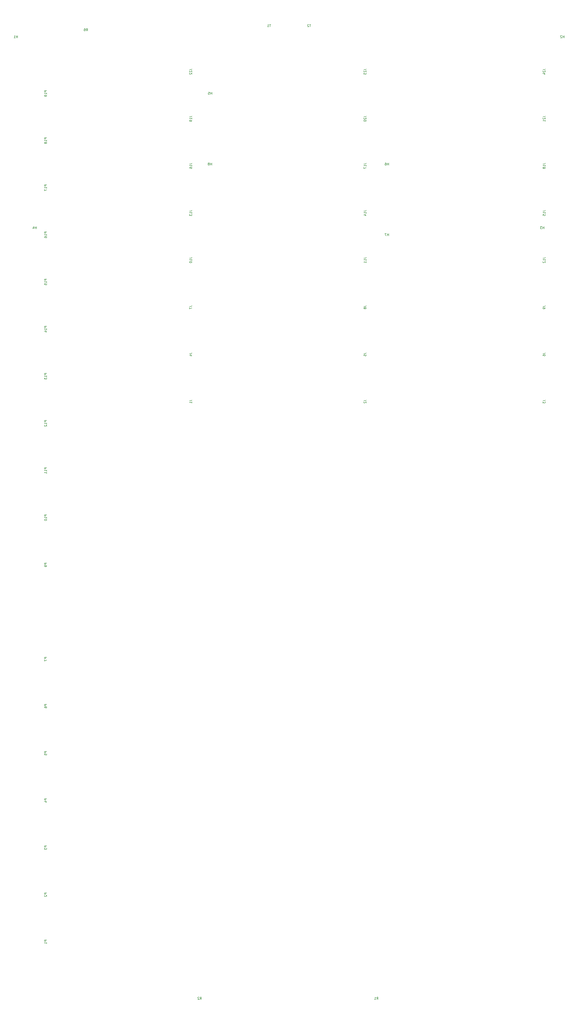
<source format=gbr>
%TF.GenerationSoftware,KiCad,Pcbnew,(6.0.11)*%
%TF.CreationDate,2024-10-28T17:35:11-05:00*%
%TF.ProjectId,backplane.20-slot,6261636b-706c-4616-9e65-2e32302d736c,V1.0*%
%TF.SameCoordinates,Original*%
%TF.FileFunction,Legend,Bot*%
%TF.FilePolarity,Positive*%
%FSLAX46Y46*%
G04 Gerber Fmt 4.6, Leading zero omitted, Abs format (unit mm)*
G04 Created by KiCad (PCBNEW (6.0.11)) date 2024-10-28 17:35:11*
%MOMM*%
%LPD*%
G01*
G04 APERTURE LIST*
%ADD10C,0.150000*%
G04 APERTURE END LIST*
D10*
%TO.C,J1*%
X131191380Y-181983066D02*
X131905666Y-181983066D01*
X132048523Y-181935447D01*
X132143761Y-181840209D01*
X132191380Y-181697352D01*
X132191380Y-181602114D01*
X132191380Y-182983066D02*
X132191380Y-182411638D01*
X132191380Y-182697352D02*
X131191380Y-182697352D01*
X131334238Y-182602114D01*
X131429476Y-182506876D01*
X131477095Y-182411638D01*
%TO.C,J3*%
X281191380Y-181983066D02*
X281905666Y-181983066D01*
X282048523Y-181935447D01*
X282143761Y-181840209D01*
X282191380Y-181697352D01*
X282191380Y-181602114D01*
X281191380Y-182364019D02*
X281191380Y-182983066D01*
X281572333Y-182649733D01*
X281572333Y-182792590D01*
X281619952Y-182887828D01*
X281667571Y-182935447D01*
X281762809Y-182983066D01*
X282000904Y-182983066D01*
X282096142Y-182935447D01*
X282143761Y-182887828D01*
X282191380Y-182792590D01*
X282191380Y-182506876D01*
X282143761Y-182411638D01*
X282096142Y-182364019D01*
%TO.C,J2*%
X205191380Y-181983066D02*
X205905666Y-181983066D01*
X206048523Y-181935447D01*
X206143761Y-181840209D01*
X206191380Y-181697352D01*
X206191380Y-181602114D01*
X205286619Y-182411638D02*
X205239000Y-182459257D01*
X205191380Y-182554495D01*
X205191380Y-182792590D01*
X205239000Y-182887828D01*
X205286619Y-182935447D01*
X205381857Y-182983066D01*
X205477095Y-182983066D01*
X205619952Y-182935447D01*
X206191380Y-182364019D01*
X206191380Y-182983066D01*
%TO.C,H1*%
X58230904Y-28038780D02*
X58230904Y-27038780D01*
X58230904Y-27514971D02*
X57659476Y-27514971D01*
X57659476Y-28038780D02*
X57659476Y-27038780D01*
X56659476Y-28038780D02*
X57230904Y-28038780D01*
X56945190Y-28038780D02*
X56945190Y-27038780D01*
X57040428Y-27181638D01*
X57135666Y-27276876D01*
X57230904Y-27324495D01*
%TO.C,H2*%
X290230904Y-28038780D02*
X290230904Y-27038780D01*
X290230904Y-27514971D02*
X289659476Y-27514971D01*
X289659476Y-28038780D02*
X289659476Y-27038780D01*
X289230904Y-27134019D02*
X289183285Y-27086400D01*
X289088047Y-27038780D01*
X288849952Y-27038780D01*
X288754714Y-27086400D01*
X288707095Y-27134019D01*
X288659476Y-27229257D01*
X288659476Y-27324495D01*
X288707095Y-27467352D01*
X289278523Y-28038780D01*
X288659476Y-28038780D01*
%TO.C,J4*%
X131191380Y-161983066D02*
X131905666Y-161983066D01*
X132048523Y-161935447D01*
X132143761Y-161840209D01*
X132191380Y-161697352D01*
X132191380Y-161602114D01*
X131524714Y-162887828D02*
X132191380Y-162887828D01*
X131143761Y-162649733D02*
X131858047Y-162411638D01*
X131858047Y-163030685D01*
%TO.C,J5*%
X205191380Y-161983066D02*
X205905666Y-161983066D01*
X206048523Y-161935447D01*
X206143761Y-161840209D01*
X206191380Y-161697352D01*
X206191380Y-161602114D01*
X205191380Y-162935447D02*
X205191380Y-162459257D01*
X205667571Y-162411638D01*
X205619952Y-162459257D01*
X205572333Y-162554495D01*
X205572333Y-162792590D01*
X205619952Y-162887828D01*
X205667571Y-162935447D01*
X205762809Y-162983066D01*
X206000904Y-162983066D01*
X206096142Y-162935447D01*
X206143761Y-162887828D01*
X206191380Y-162792590D01*
X206191380Y-162554495D01*
X206143761Y-162459257D01*
X206096142Y-162411638D01*
%TO.C,J6*%
X281191380Y-161983066D02*
X281905666Y-161983066D01*
X282048523Y-161935447D01*
X282143761Y-161840209D01*
X282191380Y-161697352D01*
X282191380Y-161602114D01*
X281191380Y-162887828D02*
X281191380Y-162697352D01*
X281239000Y-162602114D01*
X281286619Y-162554495D01*
X281429476Y-162459257D01*
X281619952Y-162411638D01*
X282000904Y-162411638D01*
X282096142Y-162459257D01*
X282143761Y-162506876D01*
X282191380Y-162602114D01*
X282191380Y-162792590D01*
X282143761Y-162887828D01*
X282096142Y-162935447D01*
X282000904Y-162983066D01*
X281762809Y-162983066D01*
X281667571Y-162935447D01*
X281619952Y-162887828D01*
X281572333Y-162792590D01*
X281572333Y-162602114D01*
X281619952Y-162506876D01*
X281667571Y-162459257D01*
X281762809Y-162411638D01*
%TO.C,J7*%
X131191380Y-141983066D02*
X131905666Y-141983066D01*
X132048523Y-141935447D01*
X132143761Y-141840209D01*
X132191380Y-141697352D01*
X132191380Y-141602114D01*
X131191380Y-142364019D02*
X131191380Y-143030685D01*
X132191380Y-142602114D01*
%TO.C,J8*%
X205191380Y-141983066D02*
X205905666Y-141983066D01*
X206048523Y-141935447D01*
X206143761Y-141840209D01*
X206191380Y-141697352D01*
X206191380Y-141602114D01*
X205619952Y-142602114D02*
X205572333Y-142506876D01*
X205524714Y-142459257D01*
X205429476Y-142411638D01*
X205381857Y-142411638D01*
X205286619Y-142459257D01*
X205239000Y-142506876D01*
X205191380Y-142602114D01*
X205191380Y-142792590D01*
X205239000Y-142887828D01*
X205286619Y-142935447D01*
X205381857Y-142983066D01*
X205429476Y-142983066D01*
X205524714Y-142935447D01*
X205572333Y-142887828D01*
X205619952Y-142792590D01*
X205619952Y-142602114D01*
X205667571Y-142506876D01*
X205715190Y-142459257D01*
X205810428Y-142411638D01*
X206000904Y-142411638D01*
X206096142Y-142459257D01*
X206143761Y-142506876D01*
X206191380Y-142602114D01*
X206191380Y-142792590D01*
X206143761Y-142887828D01*
X206096142Y-142935447D01*
X206000904Y-142983066D01*
X205810428Y-142983066D01*
X205715190Y-142935447D01*
X205667571Y-142887828D01*
X205619952Y-142792590D01*
%TO.C,J9*%
X281191380Y-141983066D02*
X281905666Y-141983066D01*
X282048523Y-141935447D01*
X282143761Y-141840209D01*
X282191380Y-141697352D01*
X282191380Y-141602114D01*
X282191380Y-142506876D02*
X282191380Y-142697352D01*
X282143761Y-142792590D01*
X282096142Y-142840209D01*
X281953285Y-142935447D01*
X281762809Y-142983066D01*
X281381857Y-142983066D01*
X281286619Y-142935447D01*
X281239000Y-142887828D01*
X281191380Y-142792590D01*
X281191380Y-142602114D01*
X281239000Y-142506876D01*
X281286619Y-142459257D01*
X281381857Y-142411638D01*
X281619952Y-142411638D01*
X281715190Y-142459257D01*
X281762809Y-142506876D01*
X281810428Y-142602114D01*
X281810428Y-142792590D01*
X281762809Y-142887828D01*
X281715190Y-142935447D01*
X281619952Y-142983066D01*
%TO.C,J10*%
X131191380Y-121506876D02*
X131905666Y-121506876D01*
X132048523Y-121459257D01*
X132143761Y-121364019D01*
X132191380Y-121221161D01*
X132191380Y-121125923D01*
X132191380Y-122506876D02*
X132191380Y-121935447D01*
X132191380Y-122221161D02*
X131191380Y-122221161D01*
X131334238Y-122125923D01*
X131429476Y-122030685D01*
X131477095Y-121935447D01*
X131191380Y-123125923D02*
X131191380Y-123221161D01*
X131239000Y-123316400D01*
X131286619Y-123364019D01*
X131381857Y-123411638D01*
X131572333Y-123459257D01*
X131810428Y-123459257D01*
X132000904Y-123411638D01*
X132096142Y-123364019D01*
X132143761Y-123316400D01*
X132191380Y-123221161D01*
X132191380Y-123125923D01*
X132143761Y-123030685D01*
X132096142Y-122983066D01*
X132000904Y-122935447D01*
X131810428Y-122887828D01*
X131572333Y-122887828D01*
X131381857Y-122935447D01*
X131286619Y-122983066D01*
X131239000Y-123030685D01*
X131191380Y-123125923D01*
%TO.C,J11*%
X205191380Y-121506876D02*
X205905666Y-121506876D01*
X206048523Y-121459257D01*
X206143761Y-121364019D01*
X206191380Y-121221161D01*
X206191380Y-121125923D01*
X206191380Y-122506876D02*
X206191380Y-121935447D01*
X206191380Y-122221161D02*
X205191380Y-122221161D01*
X205334238Y-122125923D01*
X205429476Y-122030685D01*
X205477095Y-121935447D01*
X206191380Y-123459257D02*
X206191380Y-122887828D01*
X206191380Y-123173542D02*
X205191380Y-123173542D01*
X205334238Y-123078304D01*
X205429476Y-122983066D01*
X205477095Y-122887828D01*
%TO.C,J12*%
X281191380Y-121506876D02*
X281905666Y-121506876D01*
X282048523Y-121459257D01*
X282143761Y-121364019D01*
X282191380Y-121221161D01*
X282191380Y-121125923D01*
X282191380Y-122506876D02*
X282191380Y-121935447D01*
X282191380Y-122221161D02*
X281191380Y-122221161D01*
X281334238Y-122125923D01*
X281429476Y-122030685D01*
X281477095Y-121935447D01*
X281286619Y-122887828D02*
X281239000Y-122935447D01*
X281191380Y-123030685D01*
X281191380Y-123268780D01*
X281239000Y-123364019D01*
X281286619Y-123411638D01*
X281381857Y-123459257D01*
X281477095Y-123459257D01*
X281619952Y-123411638D01*
X282191380Y-122840209D01*
X282191380Y-123459257D01*
%TO.C,J14*%
X205191380Y-101506876D02*
X205905666Y-101506876D01*
X206048523Y-101459257D01*
X206143761Y-101364019D01*
X206191380Y-101221161D01*
X206191380Y-101125923D01*
X206191380Y-102506876D02*
X206191380Y-101935447D01*
X206191380Y-102221161D02*
X205191380Y-102221161D01*
X205334238Y-102125923D01*
X205429476Y-102030685D01*
X205477095Y-101935447D01*
X205524714Y-103364019D02*
X206191380Y-103364019D01*
X205143761Y-103125923D02*
X205858047Y-102887828D01*
X205858047Y-103506876D01*
%TO.C,J15*%
X281191380Y-101506876D02*
X281905666Y-101506876D01*
X282048523Y-101459257D01*
X282143761Y-101364019D01*
X282191380Y-101221161D01*
X282191380Y-101125923D01*
X282191380Y-102506876D02*
X282191380Y-101935447D01*
X282191380Y-102221161D02*
X281191380Y-102221161D01*
X281334238Y-102125923D01*
X281429476Y-102030685D01*
X281477095Y-101935447D01*
X281191380Y-103411638D02*
X281191380Y-102935447D01*
X281667571Y-102887828D01*
X281619952Y-102935447D01*
X281572333Y-103030685D01*
X281572333Y-103268780D01*
X281619952Y-103364019D01*
X281667571Y-103411638D01*
X281762809Y-103459257D01*
X282000904Y-103459257D01*
X282096142Y-103411638D01*
X282143761Y-103364019D01*
X282191380Y-103268780D01*
X282191380Y-103030685D01*
X282143761Y-102935447D01*
X282096142Y-102887828D01*
%TO.C,J16*%
X131191380Y-81506876D02*
X131905666Y-81506876D01*
X132048523Y-81459257D01*
X132143761Y-81364019D01*
X132191380Y-81221161D01*
X132191380Y-81125923D01*
X132191380Y-82506876D02*
X132191380Y-81935447D01*
X132191380Y-82221161D02*
X131191380Y-82221161D01*
X131334238Y-82125923D01*
X131429476Y-82030685D01*
X131477095Y-81935447D01*
X131191380Y-83364019D02*
X131191380Y-83173542D01*
X131239000Y-83078304D01*
X131286619Y-83030685D01*
X131429476Y-82935447D01*
X131619952Y-82887828D01*
X132000904Y-82887828D01*
X132096142Y-82935447D01*
X132143761Y-82983066D01*
X132191380Y-83078304D01*
X132191380Y-83268780D01*
X132143761Y-83364019D01*
X132096142Y-83411638D01*
X132000904Y-83459257D01*
X131762809Y-83459257D01*
X131667571Y-83411638D01*
X131619952Y-83364019D01*
X131572333Y-83268780D01*
X131572333Y-83078304D01*
X131619952Y-82983066D01*
X131667571Y-82935447D01*
X131762809Y-82887828D01*
%TO.C,J17*%
X205191380Y-81506876D02*
X205905666Y-81506876D01*
X206048523Y-81459257D01*
X206143761Y-81364019D01*
X206191380Y-81221161D01*
X206191380Y-81125923D01*
X206191380Y-82506876D02*
X206191380Y-81935447D01*
X206191380Y-82221161D02*
X205191380Y-82221161D01*
X205334238Y-82125923D01*
X205429476Y-82030685D01*
X205477095Y-81935447D01*
X205191380Y-82840209D02*
X205191380Y-83506876D01*
X206191380Y-83078304D01*
%TO.C,J18*%
X281191380Y-81506876D02*
X281905666Y-81506876D01*
X282048523Y-81459257D01*
X282143761Y-81364019D01*
X282191380Y-81221161D01*
X282191380Y-81125923D01*
X282191380Y-82506876D02*
X282191380Y-81935447D01*
X282191380Y-82221161D02*
X281191380Y-82221161D01*
X281334238Y-82125923D01*
X281429476Y-82030685D01*
X281477095Y-81935447D01*
X281619952Y-83078304D02*
X281572333Y-82983066D01*
X281524714Y-82935447D01*
X281429476Y-82887828D01*
X281381857Y-82887828D01*
X281286619Y-82935447D01*
X281239000Y-82983066D01*
X281191380Y-83078304D01*
X281191380Y-83268780D01*
X281239000Y-83364019D01*
X281286619Y-83411638D01*
X281381857Y-83459257D01*
X281429476Y-83459257D01*
X281524714Y-83411638D01*
X281572333Y-83364019D01*
X281619952Y-83268780D01*
X281619952Y-83078304D01*
X281667571Y-82983066D01*
X281715190Y-82935447D01*
X281810428Y-82887828D01*
X282000904Y-82887828D01*
X282096142Y-82935447D01*
X282143761Y-82983066D01*
X282191380Y-83078304D01*
X282191380Y-83268780D01*
X282143761Y-83364019D01*
X282096142Y-83411638D01*
X282000904Y-83459257D01*
X281810428Y-83459257D01*
X281715190Y-83411638D01*
X281667571Y-83364019D01*
X281619952Y-83268780D01*
%TO.C,J19*%
X131191380Y-61506876D02*
X131905666Y-61506876D01*
X132048523Y-61459257D01*
X132143761Y-61364019D01*
X132191380Y-61221161D01*
X132191380Y-61125923D01*
X132191380Y-62506876D02*
X132191380Y-61935447D01*
X132191380Y-62221161D02*
X131191380Y-62221161D01*
X131334238Y-62125923D01*
X131429476Y-62030685D01*
X131477095Y-61935447D01*
X132191380Y-62983066D02*
X132191380Y-63173542D01*
X132143761Y-63268780D01*
X132096142Y-63316400D01*
X131953285Y-63411638D01*
X131762809Y-63459257D01*
X131381857Y-63459257D01*
X131286619Y-63411638D01*
X131239000Y-63364019D01*
X131191380Y-63268780D01*
X131191380Y-63078304D01*
X131239000Y-62983066D01*
X131286619Y-62935447D01*
X131381857Y-62887828D01*
X131619952Y-62887828D01*
X131715190Y-62935447D01*
X131762809Y-62983066D01*
X131810428Y-63078304D01*
X131810428Y-63268780D01*
X131762809Y-63364019D01*
X131715190Y-63411638D01*
X131619952Y-63459257D01*
%TO.C,J20*%
X205191380Y-61506876D02*
X205905666Y-61506876D01*
X206048523Y-61459257D01*
X206143761Y-61364019D01*
X206191380Y-61221161D01*
X206191380Y-61125923D01*
X205286619Y-61935447D02*
X205239000Y-61983066D01*
X205191380Y-62078304D01*
X205191380Y-62316400D01*
X205239000Y-62411638D01*
X205286619Y-62459257D01*
X205381857Y-62506876D01*
X205477095Y-62506876D01*
X205619952Y-62459257D01*
X206191380Y-61887828D01*
X206191380Y-62506876D01*
X205191380Y-63125923D02*
X205191380Y-63221161D01*
X205239000Y-63316400D01*
X205286619Y-63364019D01*
X205381857Y-63411638D01*
X205572333Y-63459257D01*
X205810428Y-63459257D01*
X206000904Y-63411638D01*
X206096142Y-63364019D01*
X206143761Y-63316400D01*
X206191380Y-63221161D01*
X206191380Y-63125923D01*
X206143761Y-63030685D01*
X206096142Y-62983066D01*
X206000904Y-62935447D01*
X205810428Y-62887828D01*
X205572333Y-62887828D01*
X205381857Y-62935447D01*
X205286619Y-62983066D01*
X205239000Y-63030685D01*
X205191380Y-63125923D01*
%TO.C,J21*%
X281191380Y-61506876D02*
X281905666Y-61506876D01*
X282048523Y-61459257D01*
X282143761Y-61364019D01*
X282191380Y-61221161D01*
X282191380Y-61125923D01*
X281286619Y-61935447D02*
X281239000Y-61983066D01*
X281191380Y-62078304D01*
X281191380Y-62316400D01*
X281239000Y-62411638D01*
X281286619Y-62459257D01*
X281381857Y-62506876D01*
X281477095Y-62506876D01*
X281619952Y-62459257D01*
X282191380Y-61887828D01*
X282191380Y-62506876D01*
X282191380Y-63459257D02*
X282191380Y-62887828D01*
X282191380Y-63173542D02*
X281191380Y-63173542D01*
X281334238Y-63078304D01*
X281429476Y-62983066D01*
X281477095Y-62887828D01*
%TO.C,J22*%
X131191380Y-41506876D02*
X131905666Y-41506876D01*
X132048523Y-41459257D01*
X132143761Y-41364019D01*
X132191380Y-41221161D01*
X132191380Y-41125923D01*
X131286619Y-41935447D02*
X131239000Y-41983066D01*
X131191380Y-42078304D01*
X131191380Y-42316400D01*
X131239000Y-42411638D01*
X131286619Y-42459257D01*
X131381857Y-42506876D01*
X131477095Y-42506876D01*
X131619952Y-42459257D01*
X132191380Y-41887828D01*
X132191380Y-42506876D01*
X131286619Y-42887828D02*
X131239000Y-42935447D01*
X131191380Y-43030685D01*
X131191380Y-43268780D01*
X131239000Y-43364019D01*
X131286619Y-43411638D01*
X131381857Y-43459257D01*
X131477095Y-43459257D01*
X131619952Y-43411638D01*
X132191380Y-42840209D01*
X132191380Y-43459257D01*
%TO.C,J23*%
X205191380Y-41506876D02*
X205905666Y-41506876D01*
X206048523Y-41459257D01*
X206143761Y-41364019D01*
X206191380Y-41221161D01*
X206191380Y-41125923D01*
X205286619Y-41935447D02*
X205239000Y-41983066D01*
X205191380Y-42078304D01*
X205191380Y-42316400D01*
X205239000Y-42411638D01*
X205286619Y-42459257D01*
X205381857Y-42506876D01*
X205477095Y-42506876D01*
X205619952Y-42459257D01*
X206191380Y-41887828D01*
X206191380Y-42506876D01*
X205191380Y-42840209D02*
X205191380Y-43459257D01*
X205572333Y-43125923D01*
X205572333Y-43268780D01*
X205619952Y-43364019D01*
X205667571Y-43411638D01*
X205762809Y-43459257D01*
X206000904Y-43459257D01*
X206096142Y-43411638D01*
X206143761Y-43364019D01*
X206191380Y-43268780D01*
X206191380Y-42983066D01*
X206143761Y-42887828D01*
X206096142Y-42840209D01*
%TO.C,J24*%
X281191380Y-41506876D02*
X281905666Y-41506876D01*
X282048523Y-41459257D01*
X282143761Y-41364019D01*
X282191380Y-41221161D01*
X282191380Y-41125923D01*
X281286619Y-41935447D02*
X281239000Y-41983066D01*
X281191380Y-42078304D01*
X281191380Y-42316400D01*
X281239000Y-42411638D01*
X281286619Y-42459257D01*
X281381857Y-42506876D01*
X281477095Y-42506876D01*
X281619952Y-42459257D01*
X282191380Y-41887828D01*
X282191380Y-42506876D01*
X281524714Y-43364019D02*
X282191380Y-43364019D01*
X281143761Y-43125923D02*
X281858047Y-42887828D01*
X281858047Y-43506876D01*
%TO.C,J13*%
X131191380Y-101506876D02*
X131905666Y-101506876D01*
X132048523Y-101459257D01*
X132143761Y-101364019D01*
X132191380Y-101221161D01*
X132191380Y-101125923D01*
X132191380Y-102506876D02*
X132191380Y-101935447D01*
X132191380Y-102221161D02*
X131191380Y-102221161D01*
X131334238Y-102125923D01*
X131429476Y-102030685D01*
X131477095Y-101935447D01*
X131191380Y-102840209D02*
X131191380Y-103459257D01*
X131572333Y-103125923D01*
X131572333Y-103268780D01*
X131619952Y-103364019D01*
X131667571Y-103411638D01*
X131762809Y-103459257D01*
X132000904Y-103459257D01*
X132096142Y-103411638D01*
X132143761Y-103364019D01*
X132191380Y-103268780D01*
X132191380Y-102983066D01*
X132143761Y-102887828D01*
X132096142Y-102840209D01*
%TO.C,H3*%
X281730904Y-109038780D02*
X281730904Y-108038780D01*
X281730904Y-108514971D02*
X281159476Y-108514971D01*
X281159476Y-109038780D02*
X281159476Y-108038780D01*
X280778523Y-108038780D02*
X280159476Y-108038780D01*
X280492809Y-108419733D01*
X280349952Y-108419733D01*
X280254714Y-108467352D01*
X280207095Y-108514971D01*
X280159476Y-108610209D01*
X280159476Y-108848304D01*
X280207095Y-108943542D01*
X280254714Y-108991161D01*
X280349952Y-109038780D01*
X280635666Y-109038780D01*
X280730904Y-108991161D01*
X280778523Y-108943542D01*
%TO.C,H4*%
X66230904Y-109038780D02*
X66230904Y-108038780D01*
X66230904Y-108514971D02*
X65659476Y-108514971D01*
X65659476Y-109038780D02*
X65659476Y-108038780D01*
X64754714Y-108372114D02*
X64754714Y-109038780D01*
X64992809Y-107991161D02*
X65230904Y-108705447D01*
X64611857Y-108705447D01*
%TO.C,P1*%
X70591380Y-410848304D02*
X69591380Y-410848304D01*
X69591380Y-411229257D01*
X69639000Y-411324495D01*
X69686619Y-411372114D01*
X69781857Y-411419733D01*
X69924714Y-411419733D01*
X70019952Y-411372114D01*
X70067571Y-411324495D01*
X70115190Y-411229257D01*
X70115190Y-410848304D01*
X70591380Y-412372114D02*
X70591380Y-411800685D01*
X70591380Y-412086400D02*
X69591380Y-412086400D01*
X69734238Y-411991161D01*
X69829476Y-411895923D01*
X69877095Y-411800685D01*
%TO.C,P2*%
X70591380Y-390848304D02*
X69591380Y-390848304D01*
X69591380Y-391229257D01*
X69639000Y-391324495D01*
X69686619Y-391372114D01*
X69781857Y-391419733D01*
X69924714Y-391419733D01*
X70019952Y-391372114D01*
X70067571Y-391324495D01*
X70115190Y-391229257D01*
X70115190Y-390848304D01*
X69686619Y-391800685D02*
X69639000Y-391848304D01*
X69591380Y-391943542D01*
X69591380Y-392181638D01*
X69639000Y-392276876D01*
X69686619Y-392324495D01*
X69781857Y-392372114D01*
X69877095Y-392372114D01*
X70019952Y-392324495D01*
X70591380Y-391753066D01*
X70591380Y-392372114D01*
%TO.C,P4*%
X70591380Y-350848304D02*
X69591380Y-350848304D01*
X69591380Y-351229257D01*
X69639000Y-351324495D01*
X69686619Y-351372114D01*
X69781857Y-351419733D01*
X69924714Y-351419733D01*
X70019952Y-351372114D01*
X70067571Y-351324495D01*
X70115190Y-351229257D01*
X70115190Y-350848304D01*
X69924714Y-352276876D02*
X70591380Y-352276876D01*
X69543761Y-352038780D02*
X70258047Y-351800685D01*
X70258047Y-352419733D01*
%TO.C,P5*%
X70591380Y-330848304D02*
X69591380Y-330848304D01*
X69591380Y-331229257D01*
X69639000Y-331324495D01*
X69686619Y-331372114D01*
X69781857Y-331419733D01*
X69924714Y-331419733D01*
X70019952Y-331372114D01*
X70067571Y-331324495D01*
X70115190Y-331229257D01*
X70115190Y-330848304D01*
X69591380Y-332324495D02*
X69591380Y-331848304D01*
X70067571Y-331800685D01*
X70019952Y-331848304D01*
X69972333Y-331943542D01*
X69972333Y-332181638D01*
X70019952Y-332276876D01*
X70067571Y-332324495D01*
X70162809Y-332372114D01*
X70400904Y-332372114D01*
X70496142Y-332324495D01*
X70543761Y-332276876D01*
X70591380Y-332181638D01*
X70591380Y-331943542D01*
X70543761Y-331848304D01*
X70496142Y-331800685D01*
%TO.C,P6*%
X70591380Y-310848304D02*
X69591380Y-310848304D01*
X69591380Y-311229257D01*
X69639000Y-311324495D01*
X69686619Y-311372114D01*
X69781857Y-311419733D01*
X69924714Y-311419733D01*
X70019952Y-311372114D01*
X70067571Y-311324495D01*
X70115190Y-311229257D01*
X70115190Y-310848304D01*
X69591380Y-312276876D02*
X69591380Y-312086400D01*
X69639000Y-311991161D01*
X69686619Y-311943542D01*
X69829476Y-311848304D01*
X70019952Y-311800685D01*
X70400904Y-311800685D01*
X70496142Y-311848304D01*
X70543761Y-311895923D01*
X70591380Y-311991161D01*
X70591380Y-312181638D01*
X70543761Y-312276876D01*
X70496142Y-312324495D01*
X70400904Y-312372114D01*
X70162809Y-312372114D01*
X70067571Y-312324495D01*
X70019952Y-312276876D01*
X69972333Y-312181638D01*
X69972333Y-311991161D01*
X70019952Y-311895923D01*
X70067571Y-311848304D01*
X70162809Y-311800685D01*
%TO.C,R6*%
X87325666Y-25038780D02*
X87659000Y-24562590D01*
X87897095Y-25038780D02*
X87897095Y-24038780D01*
X87516142Y-24038780D01*
X87420904Y-24086400D01*
X87373285Y-24134019D01*
X87325666Y-24229257D01*
X87325666Y-24372114D01*
X87373285Y-24467352D01*
X87420904Y-24514971D01*
X87516142Y-24562590D01*
X87897095Y-24562590D01*
X86468523Y-24038780D02*
X86659000Y-24038780D01*
X86754238Y-24086400D01*
X86801857Y-24134019D01*
X86897095Y-24276876D01*
X86944714Y-24467352D01*
X86944714Y-24848304D01*
X86897095Y-24943542D01*
X86849476Y-24991161D01*
X86754238Y-25038780D01*
X86563761Y-25038780D01*
X86468523Y-24991161D01*
X86420904Y-24943542D01*
X86373285Y-24848304D01*
X86373285Y-24610209D01*
X86420904Y-24514971D01*
X86468523Y-24467352D01*
X86563761Y-24419733D01*
X86754238Y-24419733D01*
X86849476Y-24467352D01*
X86897095Y-24514971D01*
X86944714Y-24610209D01*
%TO.C,T1*%
X165690904Y-22338780D02*
X165119476Y-22338780D01*
X165405190Y-23338780D02*
X165405190Y-22338780D01*
X164262333Y-23338780D02*
X164833761Y-23338780D01*
X164548047Y-23338780D02*
X164548047Y-22338780D01*
X164643285Y-22481638D01*
X164738523Y-22576876D01*
X164833761Y-22624495D01*
%TO.C,T2*%
X182690904Y-22338780D02*
X182119476Y-22338780D01*
X182405190Y-23338780D02*
X182405190Y-22338780D01*
X181833761Y-22434019D02*
X181786142Y-22386400D01*
X181690904Y-22338780D01*
X181452809Y-22338780D01*
X181357571Y-22386400D01*
X181309952Y-22434019D01*
X181262333Y-22529257D01*
X181262333Y-22624495D01*
X181309952Y-22767352D01*
X181881380Y-23338780D01*
X181262333Y-23338780D01*
%TO.C,P7*%
X70591380Y-290848304D02*
X69591380Y-290848304D01*
X69591380Y-291229257D01*
X69639000Y-291324495D01*
X69686619Y-291372114D01*
X69781857Y-291419733D01*
X69924714Y-291419733D01*
X70019952Y-291372114D01*
X70067571Y-291324495D01*
X70115190Y-291229257D01*
X70115190Y-290848304D01*
X69591380Y-291753066D02*
X69591380Y-292419733D01*
X70591380Y-291991161D01*
%TO.C,P15*%
X70591380Y-130372114D02*
X69591380Y-130372114D01*
X69591380Y-130753066D01*
X69639000Y-130848304D01*
X69686619Y-130895923D01*
X69781857Y-130943542D01*
X69924714Y-130943542D01*
X70019952Y-130895923D01*
X70067571Y-130848304D01*
X70115190Y-130753066D01*
X70115190Y-130372114D01*
X70591380Y-131895923D02*
X70591380Y-131324495D01*
X70591380Y-131610209D02*
X69591380Y-131610209D01*
X69734238Y-131514971D01*
X69829476Y-131419733D01*
X69877095Y-131324495D01*
X69591380Y-132800685D02*
X69591380Y-132324495D01*
X70067571Y-132276876D01*
X70019952Y-132324495D01*
X69972333Y-132419733D01*
X69972333Y-132657828D01*
X70019952Y-132753066D01*
X70067571Y-132800685D01*
X70162809Y-132848304D01*
X70400904Y-132848304D01*
X70496142Y-132800685D01*
X70543761Y-132753066D01*
X70591380Y-132657828D01*
X70591380Y-132419733D01*
X70543761Y-132324495D01*
X70496142Y-132276876D01*
%TO.C,P12*%
X70591380Y-190372114D02*
X69591380Y-190372114D01*
X69591380Y-190753066D01*
X69639000Y-190848304D01*
X69686619Y-190895923D01*
X69781857Y-190943542D01*
X69924714Y-190943542D01*
X70019952Y-190895923D01*
X70067571Y-190848304D01*
X70115190Y-190753066D01*
X70115190Y-190372114D01*
X70591380Y-191895923D02*
X70591380Y-191324495D01*
X70591380Y-191610209D02*
X69591380Y-191610209D01*
X69734238Y-191514971D01*
X69829476Y-191419733D01*
X69877095Y-191324495D01*
X69686619Y-192276876D02*
X69639000Y-192324495D01*
X69591380Y-192419733D01*
X69591380Y-192657828D01*
X69639000Y-192753066D01*
X69686619Y-192800685D01*
X69781857Y-192848304D01*
X69877095Y-192848304D01*
X70019952Y-192800685D01*
X70591380Y-192229257D01*
X70591380Y-192848304D01*
%TO.C,R2*%
X135635666Y-436038780D02*
X135969000Y-435562590D01*
X136207095Y-436038780D02*
X136207095Y-435038780D01*
X135826142Y-435038780D01*
X135730904Y-435086400D01*
X135683285Y-435134019D01*
X135635666Y-435229257D01*
X135635666Y-435372114D01*
X135683285Y-435467352D01*
X135730904Y-435514971D01*
X135826142Y-435562590D01*
X136207095Y-435562590D01*
X135254714Y-435134019D02*
X135207095Y-435086400D01*
X135111857Y-435038780D01*
X134873761Y-435038780D01*
X134778523Y-435086400D01*
X134730904Y-435134019D01*
X134683285Y-435229257D01*
X134683285Y-435324495D01*
X134730904Y-435467352D01*
X135302333Y-436038780D01*
X134683285Y-436038780D01*
%TO.C,H5*%
X140730904Y-52038780D02*
X140730904Y-51038780D01*
X140730904Y-51514971D02*
X140159476Y-51514971D01*
X140159476Y-52038780D02*
X140159476Y-51038780D01*
X139207095Y-51038780D02*
X139683285Y-51038780D01*
X139730904Y-51514971D01*
X139683285Y-51467352D01*
X139588047Y-51419733D01*
X139349952Y-51419733D01*
X139254714Y-51467352D01*
X139207095Y-51514971D01*
X139159476Y-51610209D01*
X139159476Y-51848304D01*
X139207095Y-51943542D01*
X139254714Y-51991161D01*
X139349952Y-52038780D01*
X139588047Y-52038780D01*
X139683285Y-51991161D01*
X139730904Y-51943542D01*
%TO.C,H8*%
X140642704Y-82038780D02*
X140642704Y-81038780D01*
X140642704Y-81514971D02*
X140071276Y-81514971D01*
X140071276Y-82038780D02*
X140071276Y-81038780D01*
X139452228Y-81467352D02*
X139547466Y-81419733D01*
X139595085Y-81372114D01*
X139642704Y-81276876D01*
X139642704Y-81229257D01*
X139595085Y-81134019D01*
X139547466Y-81086400D01*
X139452228Y-81038780D01*
X139261752Y-81038780D01*
X139166514Y-81086400D01*
X139118895Y-81134019D01*
X139071276Y-81229257D01*
X139071276Y-81276876D01*
X139118895Y-81372114D01*
X139166514Y-81419733D01*
X139261752Y-81467352D01*
X139452228Y-81467352D01*
X139547466Y-81514971D01*
X139595085Y-81562590D01*
X139642704Y-81657828D01*
X139642704Y-81848304D01*
X139595085Y-81943542D01*
X139547466Y-81991161D01*
X139452228Y-82038780D01*
X139261752Y-82038780D01*
X139166514Y-81991161D01*
X139118895Y-81943542D01*
X139071276Y-81848304D01*
X139071276Y-81657828D01*
X139118895Y-81562590D01*
X139166514Y-81514971D01*
X139261752Y-81467352D01*
%TO.C,H6*%
X215730904Y-82038780D02*
X215730904Y-81038780D01*
X215730904Y-81514971D02*
X215159476Y-81514971D01*
X215159476Y-82038780D02*
X215159476Y-81038780D01*
X214254714Y-81038780D02*
X214445190Y-81038780D01*
X214540428Y-81086400D01*
X214588047Y-81134019D01*
X214683285Y-81276876D01*
X214730904Y-81467352D01*
X214730904Y-81848304D01*
X214683285Y-81943542D01*
X214635666Y-81991161D01*
X214540428Y-82038780D01*
X214349952Y-82038780D01*
X214254714Y-81991161D01*
X214207095Y-81943542D01*
X214159476Y-81848304D01*
X214159476Y-81610209D01*
X214207095Y-81514971D01*
X214254714Y-81467352D01*
X214349952Y-81419733D01*
X214540428Y-81419733D01*
X214635666Y-81467352D01*
X214683285Y-81514971D01*
X214730904Y-81610209D01*
%TO.C,P3*%
X70591380Y-370848304D02*
X69591380Y-370848304D01*
X69591380Y-371229257D01*
X69639000Y-371324495D01*
X69686619Y-371372114D01*
X69781857Y-371419733D01*
X69924714Y-371419733D01*
X70019952Y-371372114D01*
X70067571Y-371324495D01*
X70115190Y-371229257D01*
X70115190Y-370848304D01*
X69591380Y-371753066D02*
X69591380Y-372372114D01*
X69972333Y-372038780D01*
X69972333Y-372181638D01*
X70019952Y-372276876D01*
X70067571Y-372324495D01*
X70162809Y-372372114D01*
X70400904Y-372372114D01*
X70496142Y-372324495D01*
X70543761Y-372276876D01*
X70591380Y-372181638D01*
X70591380Y-371895923D01*
X70543761Y-371800685D01*
X70496142Y-371753066D01*
%TO.C,P13*%
X70591380Y-170372114D02*
X69591380Y-170372114D01*
X69591380Y-170753066D01*
X69639000Y-170848304D01*
X69686619Y-170895923D01*
X69781857Y-170943542D01*
X69924714Y-170943542D01*
X70019952Y-170895923D01*
X70067571Y-170848304D01*
X70115190Y-170753066D01*
X70115190Y-170372114D01*
X70591380Y-171895923D02*
X70591380Y-171324495D01*
X70591380Y-171610209D02*
X69591380Y-171610209D01*
X69734238Y-171514971D01*
X69829476Y-171419733D01*
X69877095Y-171324495D01*
X69591380Y-172229257D02*
X69591380Y-172848304D01*
X69972333Y-172514971D01*
X69972333Y-172657828D01*
X70019952Y-172753066D01*
X70067571Y-172800685D01*
X70162809Y-172848304D01*
X70400904Y-172848304D01*
X70496142Y-172800685D01*
X70543761Y-172753066D01*
X70591380Y-172657828D01*
X70591380Y-172372114D01*
X70543761Y-172276876D01*
X70496142Y-172229257D01*
%TO.C,P10*%
X70591380Y-230372114D02*
X69591380Y-230372114D01*
X69591380Y-230753066D01*
X69639000Y-230848304D01*
X69686619Y-230895923D01*
X69781857Y-230943542D01*
X69924714Y-230943542D01*
X70019952Y-230895923D01*
X70067571Y-230848304D01*
X70115190Y-230753066D01*
X70115190Y-230372114D01*
X70591380Y-231895923D02*
X70591380Y-231324495D01*
X70591380Y-231610209D02*
X69591380Y-231610209D01*
X69734238Y-231514971D01*
X69829476Y-231419733D01*
X69877095Y-231324495D01*
X69591380Y-232514971D02*
X69591380Y-232610209D01*
X69639000Y-232705447D01*
X69686619Y-232753066D01*
X69781857Y-232800685D01*
X69972333Y-232848304D01*
X70210428Y-232848304D01*
X70400904Y-232800685D01*
X70496142Y-232753066D01*
X70543761Y-232705447D01*
X70591380Y-232610209D01*
X70591380Y-232514971D01*
X70543761Y-232419733D01*
X70496142Y-232372114D01*
X70400904Y-232324495D01*
X70210428Y-232276876D01*
X69972333Y-232276876D01*
X69781857Y-232324495D01*
X69686619Y-232372114D01*
X69639000Y-232419733D01*
X69591380Y-232514971D01*
%TO.C,P11*%
X70591380Y-210372114D02*
X69591380Y-210372114D01*
X69591380Y-210753066D01*
X69639000Y-210848304D01*
X69686619Y-210895923D01*
X69781857Y-210943542D01*
X69924714Y-210943542D01*
X70019952Y-210895923D01*
X70067571Y-210848304D01*
X70115190Y-210753066D01*
X70115190Y-210372114D01*
X70591380Y-211895923D02*
X70591380Y-211324495D01*
X70591380Y-211610209D02*
X69591380Y-211610209D01*
X69734238Y-211514971D01*
X69829476Y-211419733D01*
X69877095Y-211324495D01*
X70591380Y-212848304D02*
X70591380Y-212276876D01*
X70591380Y-212562590D02*
X69591380Y-212562590D01*
X69734238Y-212467352D01*
X69829476Y-212372114D01*
X69877095Y-212276876D01*
%TO.C,P16*%
X70591380Y-110372114D02*
X69591380Y-110372114D01*
X69591380Y-110753066D01*
X69639000Y-110848304D01*
X69686619Y-110895923D01*
X69781857Y-110943542D01*
X69924714Y-110943542D01*
X70019952Y-110895923D01*
X70067571Y-110848304D01*
X70115190Y-110753066D01*
X70115190Y-110372114D01*
X70591380Y-111895923D02*
X70591380Y-111324495D01*
X70591380Y-111610209D02*
X69591380Y-111610209D01*
X69734238Y-111514971D01*
X69829476Y-111419733D01*
X69877095Y-111324495D01*
X69591380Y-112753066D02*
X69591380Y-112562590D01*
X69639000Y-112467352D01*
X69686619Y-112419733D01*
X69829476Y-112324495D01*
X70019952Y-112276876D01*
X70400904Y-112276876D01*
X70496142Y-112324495D01*
X70543761Y-112372114D01*
X70591380Y-112467352D01*
X70591380Y-112657828D01*
X70543761Y-112753066D01*
X70496142Y-112800685D01*
X70400904Y-112848304D01*
X70162809Y-112848304D01*
X70067571Y-112800685D01*
X70019952Y-112753066D01*
X69972333Y-112657828D01*
X69972333Y-112467352D01*
X70019952Y-112372114D01*
X70067571Y-112324495D01*
X70162809Y-112276876D01*
%TO.C,P9*%
X70591380Y-250848304D02*
X69591380Y-250848304D01*
X69591380Y-251229257D01*
X69639000Y-251324495D01*
X69686619Y-251372114D01*
X69781857Y-251419733D01*
X69924714Y-251419733D01*
X70019952Y-251372114D01*
X70067571Y-251324495D01*
X70115190Y-251229257D01*
X70115190Y-250848304D01*
X70591380Y-251895923D02*
X70591380Y-252086400D01*
X70543761Y-252181638D01*
X70496142Y-252229257D01*
X70353285Y-252324495D01*
X70162809Y-252372114D01*
X69781857Y-252372114D01*
X69686619Y-252324495D01*
X69639000Y-252276876D01*
X69591380Y-252181638D01*
X69591380Y-251991161D01*
X69639000Y-251895923D01*
X69686619Y-251848304D01*
X69781857Y-251800685D01*
X70019952Y-251800685D01*
X70115190Y-251848304D01*
X70162809Y-251895923D01*
X70210428Y-251991161D01*
X70210428Y-252181638D01*
X70162809Y-252276876D01*
X70115190Y-252324495D01*
X70019952Y-252372114D01*
%TO.C,P14*%
X70591380Y-150372114D02*
X69591380Y-150372114D01*
X69591380Y-150753066D01*
X69639000Y-150848304D01*
X69686619Y-150895923D01*
X69781857Y-150943542D01*
X69924714Y-150943542D01*
X70019952Y-150895923D01*
X70067571Y-150848304D01*
X70115190Y-150753066D01*
X70115190Y-150372114D01*
X70591380Y-151895923D02*
X70591380Y-151324495D01*
X70591380Y-151610209D02*
X69591380Y-151610209D01*
X69734238Y-151514971D01*
X69829476Y-151419733D01*
X69877095Y-151324495D01*
X69924714Y-152753066D02*
X70591380Y-152753066D01*
X69543761Y-152514971D02*
X70258047Y-152276876D01*
X70258047Y-152895923D01*
%TO.C,H7*%
X215730904Y-112038780D02*
X215730904Y-111038780D01*
X215730904Y-111514971D02*
X215159476Y-111514971D01*
X215159476Y-112038780D02*
X215159476Y-111038780D01*
X214778523Y-111038780D02*
X214111857Y-111038780D01*
X214540428Y-112038780D01*
%TO.C,P18*%
X70591380Y-70372114D02*
X69591380Y-70372114D01*
X69591380Y-70753066D01*
X69639000Y-70848304D01*
X69686619Y-70895923D01*
X69781857Y-70943542D01*
X69924714Y-70943542D01*
X70019952Y-70895923D01*
X70067571Y-70848304D01*
X70115190Y-70753066D01*
X70115190Y-70372114D01*
X70591380Y-71895923D02*
X70591380Y-71324495D01*
X70591380Y-71610209D02*
X69591380Y-71610209D01*
X69734238Y-71514971D01*
X69829476Y-71419733D01*
X69877095Y-71324495D01*
X70019952Y-72467352D02*
X69972333Y-72372114D01*
X69924714Y-72324495D01*
X69829476Y-72276876D01*
X69781857Y-72276876D01*
X69686619Y-72324495D01*
X69639000Y-72372114D01*
X69591380Y-72467352D01*
X69591380Y-72657828D01*
X69639000Y-72753066D01*
X69686619Y-72800685D01*
X69781857Y-72848304D01*
X69829476Y-72848304D01*
X69924714Y-72800685D01*
X69972333Y-72753066D01*
X70019952Y-72657828D01*
X70019952Y-72467352D01*
X70067571Y-72372114D01*
X70115190Y-72324495D01*
X70210428Y-72276876D01*
X70400904Y-72276876D01*
X70496142Y-72324495D01*
X70543761Y-72372114D01*
X70591380Y-72467352D01*
X70591380Y-72657828D01*
X70543761Y-72753066D01*
X70496142Y-72800685D01*
X70400904Y-72848304D01*
X70210428Y-72848304D01*
X70115190Y-72800685D01*
X70067571Y-72753066D01*
X70019952Y-72657828D01*
%TO.C,P19*%
X70591380Y-50372114D02*
X69591380Y-50372114D01*
X69591380Y-50753066D01*
X69639000Y-50848304D01*
X69686619Y-50895923D01*
X69781857Y-50943542D01*
X69924714Y-50943542D01*
X70019952Y-50895923D01*
X70067571Y-50848304D01*
X70115190Y-50753066D01*
X70115190Y-50372114D01*
X70591380Y-51895923D02*
X70591380Y-51324495D01*
X70591380Y-51610209D02*
X69591380Y-51610209D01*
X69734238Y-51514971D01*
X69829476Y-51419733D01*
X69877095Y-51324495D01*
X70591380Y-52372114D02*
X70591380Y-52562590D01*
X70543761Y-52657828D01*
X70496142Y-52705447D01*
X70353285Y-52800685D01*
X70162809Y-52848304D01*
X69781857Y-52848304D01*
X69686619Y-52800685D01*
X69639000Y-52753066D01*
X69591380Y-52657828D01*
X69591380Y-52467352D01*
X69639000Y-52372114D01*
X69686619Y-52324495D01*
X69781857Y-52276876D01*
X70019952Y-52276876D01*
X70115190Y-52324495D01*
X70162809Y-52372114D01*
X70210428Y-52467352D01*
X70210428Y-52657828D01*
X70162809Y-52753066D01*
X70115190Y-52800685D01*
X70019952Y-52848304D01*
%TO.C,R1*%
X210635666Y-436038780D02*
X210969000Y-435562590D01*
X211207095Y-436038780D02*
X211207095Y-435038780D01*
X210826142Y-435038780D01*
X210730904Y-435086400D01*
X210683285Y-435134019D01*
X210635666Y-435229257D01*
X210635666Y-435372114D01*
X210683285Y-435467352D01*
X210730904Y-435514971D01*
X210826142Y-435562590D01*
X211207095Y-435562590D01*
X209683285Y-436038780D02*
X210254714Y-436038780D01*
X209969000Y-436038780D02*
X209969000Y-435038780D01*
X210064238Y-435181638D01*
X210159476Y-435276876D01*
X210254714Y-435324495D01*
%TO.C,P17*%
X70591380Y-90372114D02*
X69591380Y-90372114D01*
X69591380Y-90753066D01*
X69639000Y-90848304D01*
X69686619Y-90895923D01*
X69781857Y-90943542D01*
X69924714Y-90943542D01*
X70019952Y-90895923D01*
X70067571Y-90848304D01*
X70115190Y-90753066D01*
X70115190Y-90372114D01*
X70591380Y-91895923D02*
X70591380Y-91324495D01*
X70591380Y-91610209D02*
X69591380Y-91610209D01*
X69734238Y-91514971D01*
X69829476Y-91419733D01*
X69877095Y-91324495D01*
X69591380Y-92229257D02*
X69591380Y-92895923D01*
X70591380Y-92467352D01*
%TD*%
M02*

</source>
